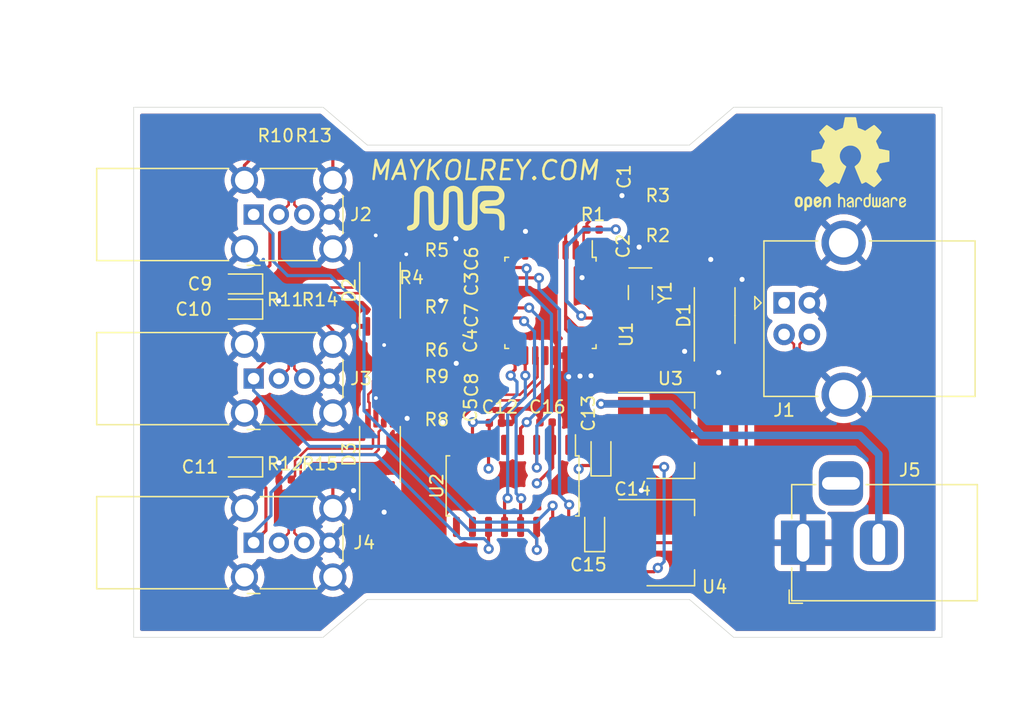
<source format=kicad_pcb>
(kicad_pcb (version 20211014) (generator pcbnew)
  (layers (0 "F.Cu" signal) (1 "In1.Cu" power "GND") (2 "In2.Cu" power "VCC") (31 "B.Cu" signal) (34 "B.Paste" user) (35 "F.Paste" user) (36 "B.SilkS" user "B.Silkscreen") (37 "F.SilkS" user "F.Silkscreen") (38 "B.Mask" user) (39 "F.Mask" user) (44 "Edge.Cuts" user))
  (net 0 "")
  (net 1 "GND")
  (net 2 "/D0-")
  (net 3 "/D0+")
  (net 4 "/D1+")
  (net 5 "/D2+")
  (net 6 "/D3+")
  (net 7 "/D1-")
  (net 8 "/D2-")
  (net 9 "/D3-")
  (net 10 "/VBUS1_5V")
  (net 11 "/VBUS2_5V")
  (net 12 "/VBUS3_5V")
  (net 13 "/DC0+")
  (net 14 "/DC0-")
  (net 15 "/DC1+")
  (net 16 "/DC1-")
  (net 17 "/DC2-")
  (net 18 "/DC2+")
  (net 19 "/DC3-")
  (net 20 "/DC3+")
  (net 21 "Net-(R1-Pad1)")
  (net 22 "Net-(U1-Pad30)")
  (net 23 "Net-(U1-Pad29)")
  (net 24 "+3V3")
  (net 25 "/~{OC3}")
  (net 26 "/~{EN3}")
  (net 27 "/~{OC2}")
  (net 28 "/~{EN2}")
  (net 29 "/~{OC1}")
  (net 30 "/~{EN1}")
  (net 31 "+5V")
  (net 32 "Net-(J5-Pad2)")
  (footprint "Capacitor_SMD:C_0402_1005Metric" (layer "F.Cu") (at 159.5 88.5 90)
    (fp_text reference "C1")
    (fp_text value "22pF")
  )
  (footprint "Capacitor_SMD:C_0402_1005Metric" (layer "F.Cu") (at 159.5 90.5 -90)
    (fp_text reference "C2")
    (fp_text value "22pF")
  )
  (footprint "Capacitor_SMD:C_0402_1005Metric" (layer "F.Cu") (at 145 95 -90)
    (fp_text reference "C3")
    (fp_text value "22pF")
  )
  (footprint "Capacitor_SMD:C_0402_1005Metric" (layer "F.Cu") (at 145 99.5 -90)
    (fp_text reference "C4")
    (fp_text value "22pF")
  )
  (footprint "Capacitor_SMD:C_0402_1005Metric" (layer "F.Cu") (at 145 105 -90)
    (fp_text reference "C5")
    (fp_text value "22pF")
  )
  (footprint "Capacitor_SMD:C_0402_1005Metric" (layer "F.Cu") (at 145 93 90)
    (fp_text reference "C6")
    (fp_text value "22pF")
  )
  (footprint "Capacitor_SMD:C_0402_1005Metric" (layer "F.Cu") (at 145 97.5 90)
    (fp_text reference "C7")
    (fp_text value "22pF")
  )
  (footprint "Capacitor_SMD:C_0402_1005Metric" (layer "F.Cu") (at 145 103 90)
    (fp_text reference "C8")
    (fp_text value "22pF")
  )
  (footprint "Capacitor_Tantalum_SMD:CP_EIA-2012-12_Kemet-R" (layer "F.Cu") (at 128 95 180)
    (fp_text reference "C9")
    (fp_text value "100uF")
  )
  (footprint "Capacitor_Tantalum_SMD:CP_EIA-2012-12_Kemet-R" (layer "F.Cu") (at 128 97 180)
    (fp_text reference "C10")
    (fp_text value "100uF")
  )
  (footprint "Capacitor_Tantalum_SMD:CP_EIA-2012-12_Kemet-R" (layer "F.Cu") (at 128 109.5 180)
    (fp_text reference "C11")
    (fp_text value "100uF")
  )
  (footprint "Package_SO:TSSOP-8_4.4x3mm_P0.65mm" (layer "F.Cu") (at 139 95.5 90)
    (fp_text reference "D2")
    (fp_text value "SN75240")
  )
  (footprint "Package_SO:TSSOP-8_4.4x3mm_P0.65mm" (layer "F.Cu") (at 139 108.5 90)
    (fp_text reference "D3")
    (fp_text value "SN75240")
  )
  (footprint "Connector_USB:USB_B_OST_USB-B1HSxx_Horizontal" (layer "F.Cu") (at 171 96.5)
    (fp_text reference "J1")
    (fp_text value "USB_B")
  )
  (footprint "Connector_USB:USB_A_Wuerth_614004134726_Horizontal" (layer "F.Cu") (at 129 102.5)
    (fp_text reference "J3")
    (fp_text value "USB_A")
  )
  (footprint "Connector_USB:USB_A_Wuerth_614004134726_Horizontal" (layer "F.Cu") (at 129 115.5)
    (fp_text reference "J4")
    (fp_text value "USB_A")
  )
  (footprint "Resistor_SMD:R_0402_1005Metric" (layer "F.Cu") (at 155.87 90.7 180)
    (fp_text reference "R1")
    (fp_text value "1.5K")
  )
  (footprint "Resistor_SMD:R_0402_1005Metric" (layer "F.Cu") (at 143.5 94.5)
    (fp_text reference "R4")
    (fp_text value "27")
  )
  (footprint "Resistor_SMD:R_0402_1005Metric" (layer "F.Cu") (at 143.5 93.5)
    (fp_text reference "R5")
    (fp_text value "27")
  )
  (footprint "Resistor_SMD:R_0402_1005Metric" (layer "F.Cu") (at 143.5 99)
    (fp_text reference "R6")
    (fp_text value "27")
  )
  (footprint "Resistor_SMD:R_0402_1005Metric" (layer "F.Cu") (at 143.5 98)
    (fp_text reference "R7")
    (fp_text value "27")
  )
  (footprint "Resistor_SMD:R_0402_1005Metric" (layer "F.Cu") (at 143.485 104.5)
    (fp_text reference "R8")
    (fp_text value "27")
  )
  (footprint "Resistor_SMD:R_0402_1005Metric" (layer "F.Cu") (at 143.5 103.5)
    (fp_text reference "R9")
    (fp_text value "27")
  )
  (footprint "Resistor_SMD:R_0402_1005Metric" (layer "F.Cu") (at 131 84.5)
    (fp_text reference "R10")
    (fp_text value "15K")
  )
  (footprint "Resistor_SMD:R_0402_1005Metric" (layer "F.Cu") (at 131.5 97.5)
    (fp_text reference "R11")
    (fp_text value "15K")
  )
  (footprint "Resistor_SMD:R_0402_1005Metric" (layer "F.Cu") (at 131.5 110.5)
    (fp_text reference "R12")
    (fp_text value "15K")
  )
  (footprint "Resistor_SMD:R_0402_1005Metric" (layer "F.Cu") (at 133 84.5 180)
    (fp_text reference "R13")
    (fp_text value "15K")
  )
  (footprint "Resistor_SMD:R_0402_1005Metric" (layer "F.Cu") (at 133.5 97.5 180)
    (fp_text reference "R14")
    (fp_text value "15K")
  )
  (footprint "Resistor_SMD:R_0402_1005Metric" (layer "F.Cu") (at 133.5 110.5 180)
    (fp_text reference "R15")
    (fp_text value "15K")
  )
  (footprint "Package_QFP:LQFP-32_7x7mm_P0.8mm" (layer "F.Cu") (at 152.5 96.5 -90)
    (fp_text reference "U1")
    (fp_text value "TUSB2036")
  )
  (footprint "Package_SO:SOIC-16_4.55x10.3mm_P1.27mm" (layer "F.Cu") (at 149.5 111 -90)
    (fp_text reference "U2")
    (fp_text value "TPS2044")
  )
  (footprint "Package_SO:TSSOP-8_4.4x3mm_P0.65mm" (layer "F.Cu") (at 165.5 97.5 90)
    (fp_text reference "D1")
    (fp_text value "SN75240")
  )
  (footprint "Capacitor_SMD:C_0402_1005Metric" (layer "F.Cu") (at 148.14 106.01)
    (fp_text reference "C12")
    (fp_text value "100nF")
  )
  (footprint "Capacitor_Tantalum_SMD:CP_EIA-2012-12_Kemet-R" (layer "F.Cu") (at 156.5 108.5 90)
    (fp_text reference "C13")
    (fp_text value "4.7uF")
  )
  (footprint "Capacitor_SMD:C_0402_1005Metric" (layer "F.Cu") (at 156.485 111.5 180)
    (fp_text reference "C14")
    (fp_text value "100nF")
  )
  (footprint "Capacitor_Tantalum_SMD:CP_EIA-2012-12_Kemet-R" (layer "F.Cu") (at 156 114.5 90)
    (fp_text reference "C15")
    (fp_text value "4.7uF")
  )
  (footprint "Package_TO_SOT_SMD:SOT-223-3_TabPin2" (layer "F.Cu") (at 162 107)
    (fp_text reference "U3")
    (fp_text value "LM7805_TO220")
  )
  (footprint "Package_TO_SOT_SMD:SOT-223-3_TabPin2" (layer "F.Cu") (at 162 115.5)
    (fp_text reference "U4")
    (fp_text value "LM1117-3.3")
  )
  (footprint "Capacitor_SMD:C_0402_1005Metric" (layer "F.Cu") (at 152.15 105.97 180)
    (fp_text reference "C16")
    (fp_text value "100nF")
  )
  (footprint "Crystal:Crystal_SMD_MicroCrystal_CC7V-T1A-2Pin_3.2x1.5mm" (layer "F.Cu") (at 159.62 95.68 -90)
    (fp_text reference "Y1")
    (fp_text value "6MHz")
  )
  (footprint "Connector_BarrelJack:BarrelJack_Horizontal" (layer "F.Cu") (at 172.5 115.5 180)
    (fp_text reference "J5")
    (fp_text value "POWER")
  )
  (footprint "Connector_USB:USB_A_Wuerth_614004134726_Horizontal" (layer "F.Cu") (at 129 89.5)
    (fp_text reference "J2")
    (fp_text value "USB_A")
  )
  (footprint "Resistor_SMD:R_0402_1005Metric" (layer "F.Cu") (at 161 90 180)
    (fp_text reference "R2")
    (fp_text value "27")
  )
  (footprint "Resistor_SMD:R_0402_1005Metric" (layer "F.Cu") (at 161 89 180)
    (fp_text reference "R3")
    (fp_text value "27")
  )
  (footprint "MSS_Devices:logo-mr_78x3.6mm" (layer "F.Cu") (at 145 89)
    (fp_text reference "G***" hide)
    (fp_text value "LOGO" hide)
  )
  (footprint "Symbol:OSHW-Logo2_9.8x8mm_SilkScreen" (layer "F.Cu") (at 176.25 85.5)
    (fp_text reference "REF**" hide)
    (fp_text value "OSHW-Logo2_9.8x8mm_SilkScreen" hide)
  )
  (gr_line (start 119.5 81) (end 134.5 81) (layer "Edge.Cuts") (width 0.05))
  (gr_line (start 134.5 123) (end 119.5 123) (layer "Edge.Cuts") (width 0.05))
  (gr_line (start 167 81) (end 183.5 81) (layer "Edge.Cuts") (width 0.05))
  (gr_line (start 119.5 123) (end 119.5 81) (layer "Edge.Cuts") (width 0.05))
  (gr_line (start 138 84) (end 163.5 84) (layer "Edge.Cuts") (width 0.05))
  (gr_line (start 138 120) (end 163.5 120) (layer "Edge.Cuts") (width 0.05))
  (gr_line (start 163.5 84) (end 167 81) (layer "Edge.Cuts") (width 0.05))
  (gr_line (start 138 120) (end 134.5 123) (layer "Edge.Cuts") (width 0.05))
  (gr_line (start 183.5 81) (end 183.5 123) (layer "Edge.Cuts") (width 0.05))
  (gr_line (start 163.5 120) (end 167 123) (layer "Edge.Cuts") (width 0.05))
  (gr_line (start 183.5 123) (end 167 123) (layer "Edge.Cuts") (width 0.05))
  (gr_line (start 138 84) (end 134.5 81) (layer "Edge.Cuts") (width 0.05))
  (gr_text "MAYKOLREY.COM" (at 147.25 86) (layer "F.SilkS") (effects (font (size 1.5 1.5) (thickness 0.2) italic)))
  (segment (start 144.545 97.015) (end 143.84 96.31) (width 0.25) (layer "F.Cu") (net 1))
  (segment (start 155.3 101.985) (end 155.31 101.995) (width 0.25) (layer "F.Cu") (net 1))
  (segment (start 165.175 93.075) (end 165.19 93.06) (width 0.25) (layer "F.Cu") (net 1))
  (segment (start 139.325 98.3625) (end 139.325 99.835) (width 0.25) (layer "F.Cu") (net 1))
  (segment (start 145 97.015) (end 144.545 97.015) (width 0.25) (layer "F.Cu") (net 1))
  (segment (start 148.625 106.01) (end 148.625 105.385) (width 0.25) (layer "F.Cu") (net 1))
  (segment (start 158.85 107) (end 165.15 107) (width 0.25) (layer "F.Cu") (net 1))
  (segment (start 148.11 104.87) (end 146.24 104.87) (width 0.25) (layer "F.Cu") (net 1))
  (segment (start 156.4125 113.2) (end 156 113.6125) (width 0.25) (layer "F.Cu") (net 1))
  (segment (start 154.5 101.985) (end 154.51 101.995) (width 0.25) (layer "F.Cu") (net 1))
  (segment (start 131.015 97.5) (end 131.015 96.365) (width 0.25) (layer "F.Cu") (net 1))
  (segment (start 151.665 105.97) (end 151.665 105.585) (width 0.25) (layer "F.Cu") (net 1))
  (segment (start 150.95 104.87) (end 148.11 104.87) (width 0.25) (layer "F.Cu") (net 1))
  (segment (start 163.1425 100.3625) (end 163.12 100.34) (width 0.25) (layer "F.Cu") (net 1))
  (segment (start 154.97 94.53) (end 155 94.5) (width 0.25) (layer "F.Cu") (net 1))
  (segment (start 158.2375 107.6125) (end 158.85 107) (width 0.25) (layer "F.Cu") (net 1))
  (segment (start 156.5 107.6125) (end 156.5 107) (width 0.25) (layer "F.Cu") (net 1))
  (segment (start 133.985 110.5) (end 134.7 110.5) (width 0.25) (layer "F.Cu") (net 1))
  (segment (start 138.675 104.045) (end 138.68 104.04) (width 0.25) (layer "F.Cu") (net 1))
  (segment (start 166.475 94.6375) (end 167.6675 94.6375) (width 0.25) (layer "F.Cu") (net 1))
  (segment (start 146.24 104.87) (end 145.625 105.485) (width 0.25) (layer "F.Cu") (net 1))
  (segment (start 139.975 105.6375) (end 141.1375 105.6375) (width 0.25) (layer "F.Cu") (net 1))
  (segment (start 154.37 104.87) (end 150.95 104.87) (width 0.25) (layer "F.Cu") (net 1))
  (segment (start 135.27 111.07) (end 135.27 112.78) (width 0.25) (layer "F.Cu") (net 1))
  (segment (start 153.7 100.71) (end 153.7 102.29) (width 0.25) (layer "F.Cu") (net 1))
  (segment (start 154.79 102.35) (end 154.84 102.3) (width 0.25) (layer "F.Cu") (net 1))
  (segment (start 139.325 113.075) (end 139.33 113.08) (width 0.25) (layer "F.Cu") (net 1))
  (segment (start 129.37 84.5) (end 128.27 85.6) (width 0.25) (layer "F.Cu") (net 1))
  (segment (start 154.84 102.3) (end 155.68 102.3) (width 0.25) (layer "F.Cu") (net 1))
  (segment (start 155.61 96.9) (end 154.97 96.26) (width 0.25) (layer "F.Cu") (net 1))
  (segment (start 131.015 110.5) (end 131.015 109.175) (width 0.25) (layer "F.Cu") (net 1))
  (segment (start 145 105.485) (end 144.455 105.485) (width 0.25) (layer "F.Cu") (net 1))
  (segment (start 154.5 100.675) (end 154.5 102.26) (width 0.25) (layer "F.Cu") (net 1))
  (segment (start 127.1125 111.6225) (end 128.27 112.78) (width 0.25) (layer "F.Cu") (net 1))
  (segment (start 128.27 92.22) (end 127.1125 93.3775) (width 0.25) (layer "F.Cu") (net 1))
  (segment (start 159.5 90.985) (end 159.5 92.06) (width 0.25) (layer "F.Cu") (net 1))
  (segment (start 135.27 98.68) (end 135.27 99.78) (width 0.25) (layer "F.Cu") (net 1))
  (segment (start 136.9125 98.3625) (end 136.91 98.36) (width 0.25) (layer "F.Cu") (net 1))
  (segment (start 138.675 105.6375) (end 138.675 104.045) (width 0.25) (layer "F.Cu") (net 1))
  (segment (start 145 91.42) (end 145.01 91.41) (width 0.25) (layer "F.Cu") (net 1))
  (segment (start 152.9 102.3) (end 153.89 102.3) (width 0.25) (layer "F.Cu") (net 1))
  (segment (start 152.9 100.675) (end 152.9 102.3) (width 0.25) (layer "F.Cu") (net 1))
  (segment (start 153.89 102.3) (end 153.94 102.35) (width 0.25) (layer "F.Cu") (net 1))
  (segment (start 153.94 102.35) (end 154.79 102.35) (width 0.25) (layer "F.Cu") (net 1))
  (segment (start 156.675 94.5) (end 155 94.5) (width 0.25) (layer "F.Cu") (net 1))
  (segment (start 136.9175 111.3625) (end 136.91 111.37) (width 0.25) (layer "F.Cu") (net 1))
  (segment (start 139.325 111.3625) (end 139.325 113.075) (width 0.25) (layer "F.Cu") (net 1))
  (segment (start 145.625 105.485) (end 145 105.485) (width 0.25) (layer "F.Cu") (net 1))
  (segment (start 158.85 112.2) (end 159.69 111.36) (width 0.25) (layer "F.Cu") (net 1))
  (segment (start 145 92.515) (end 145 91.42) (width 0.25) (layer "F.Cu") (net 1))
  (segment (start 155.68 102.3) (end 155.71 102.27) (width 0.25) (layer "F.Cu") (net 1))
  (segment (start 165.825 100.3625) (end 165.825 102.015) (width 0.25) (layer "F.Cu") (net 1))
  (segment (start 159.5 92.06) (end 159.52 92.08) (width 0.25) (layer "F.Cu") (net 1))
  (segment (start 133.985 97.5) (end 134.09 97.5) (width 0.25) (layer "F.Cu") (net 1))
  (segment (start 131.015 96.365) (end 130.99 96.34) (width 0.25) (layer "F.Cu") (net 1))
  (segment (start 138.025 111.3625) (end 138.025 111.475) (width 0.25) (layer "F.Cu") (net 1))
  (segment (start 130.515 84.5) (end 129.37 84.5) (width 0.25) (layer "F.Cu") (net 1))
  (segment (start 127.1125 95) (end 127.1125 97) (width 0.25) (layer "F.Cu") (net 1))
  (segment (start 145 95.485) (end 144.665 95.485) (width 0.25) (layer "F.Cu") (net 1))
  (segment (start 151.665 105.585) (end 150.95 104.87) (width 0.25) (layer "F.Cu") (net 1))
  (segment (start 134.72 84.5) (end 135.27 85.05) (width 0.25) (layer "F.Cu") (net 1))
  (segment (start 167.6675 94.6375) (end 167.67 94.64) (width 0.25) (layer "F.Cu") (net 1))
  (segment (start 165.175 94.6375) (end 165.175 93.075) (width 0.25) (layer "F.Cu") (net 1))
  (segment (start 138.025 111.3625) (end 136.9175 111.3625) (width 0.25) (layer "F.Cu") (net 1))
  (segment (start 144.455 105.485) (end 143.97 105.97) (width 0.25) (layer "F.Cu") (net 1))
  (segment (start 127.1125 93.3775) (end 127.1125 95) (width 0.25) (layer "F.Cu") (net 1))
  (segment (start 139.325 99.835) (end 139.33 99.84) (width 0.25) (layer "F.Cu") (net 1))
  (segment (start 153.7 100.675) (end 153.7 100.71) (width 0.25) (layer "F.Cu") (net 1))
  (segment (start 138.675 91.163544) (end 138.665 91.153544) (width 0.25) (layer "F.Cu") (net 1))
  (segment (start 145 101.25) (end 145.04 101.29) (width 0.25) (layer "F.Cu") (net 1))
  (segment (start 165.825 102.015) (end 165.82 102.02) (width 0.25) (layer "F.Cu") (net 1))
  (segment (start 156.675 96.9) (end 155.61 96.9) (width 0.25) (layer "F.Cu") (net 1))
  (segment (start 131.015 109.175) (end 131.01 109.17) (width 0.25) (layer "F.Cu") (net 1))
  (segment (start 156 111.5) (end 156 113.6125) (width 0.25) (layer "F.Cu") (net 1))
  (segment (start 158.85 113.2) (end 158.85 112.2) (width 0.25) (layer "F.Cu") (net 1))
  (segment (start 128.27 85.6) (end 128.27 86.78) (width 0.25) (layer "F.Cu") (net 1))
  (segment (start 139.975 92.6375) (end 141.0675 92.6375) (width 0.25) (layer "F.Cu") (net 1))
  (segment (start 145 101.33) (end 145.04 101.29) (width 0.25) (layer "F.Cu") (net 1))
  (segment (start 154.97 96.26) (end 154.97 94.53) (width 0.25) (layer "F.Cu") (net 1))
  (segment (start 148.625 105.385) (end 148.11 104.87) (width 0.25) (layer "F.Cu") (net 1))
  (segment (start 138.025 98.3625) (end 136.9125 98.3625) (width 0.25) (layer "F.Cu") (net 1))
  (segment (start 156.5 107.6125) (end 158.2375 107.6125) (width 0.25) (layer "F.Cu") (net 1))
  (segment (start 138.675 92.6375) (end 138.675 91.163544) (width 0.25) (layer "F.Cu") (net 1))
  (segment (start 156.5 107) (end 154.37 104.87) (width 0.25) (layer "F.Cu") (net 1))
  (segment (start 134.7 110.5) (end 135.27 111.07) (width 0.25) (layer "F.Cu") (net 1))
  (segment (start 158.175 88.015) (end 158.16 88) (width 0.25) (layer "F.Cu") (net 1))
  (segment (start 141.1375 105.6375) (end 141.15 105.65) (width 0.25) (layer "F.Cu") (net 1))
  (segment (start 141.0675 92.6375) (end 141.08 92.65) (width 0.25) (layer "F.Cu") (net 1))
  (segment (start 150.5 92.325) (end 150.5 90.855) (width 0.25) (layer "F.Cu") (net 1))
  (segment (start 145 99.985) (end 145 101.25) (width 0.25) (layer "F.Cu") (net 1))
  (segment (start 158.85 113.2) (end 156.4125 113.2) (width 0.25) (layer "F.Cu") (net 1))
  (segment (start 150.5 90.855) (end 150.52 90.835) (width 0.25) (layer "F.Cu") (net 1))
  (segment (start 145 102.515) (end 145 101.33) (width 0.25) (layer "F.Cu") (net 1))
  (segment (start 155.3 100.675) (end 155.3 102.25) (width 0.25) (layer "F.Cu") (net 1))
  (segment (start 133.485 84.5) (end 134.72 84.5) (width 0.25) (layer "F.Cu") (net 1))
  (segment (start 159.5 88.015) (end 158.175 88.015) (width 0.25) (layer "F.Cu") (net 1))
  (segment (start 135.27 85.05) (end 135.27 86.78) (width 0.25) (layer "F.Cu") (net 1))
  (segment (start 152.9 101.985) (end 152.91 101.995) (width 0.25) (layer "F.Cu") (net 1))
  (segment (start 164.525 100.3625) (end 163.1425 100.3625) (width 0.25) (layer "F.Cu") (net 1))
  (segment (start 127.1125 109.5) (end 127.1125 111.6225) (width 0.25) (layer "F.Cu") (net 1))
  (segment (start 134.09 97.5) (end 135.27 98.68) (width 0.25) (layer "F.Cu") (net 1))
  (segment (start 144.665 95.485) (end 143.84 96.31) (width 0.25) (layer "F.Cu") (net 1))
  (via (at 136.91 111.37) (size 0.8) (drill 0.4) (layers "F.Cu" "B.Cu") (net 1))
  (via (at 145.01 91.41) (size 0.8) (drill 0.4) (layers "F.Cu" "B.Cu") (net 1))
  (via (at 150.52 90.835) (size 0.8) (drill 0.4) (layers "F.Cu" "B.Cu") (net 1))
  (via (at 139.33 113.08) (size 0.8) (drill 0.4) (layers "F.Cu" "B.Cu") (net 1))
  (via (at 167.67 94.64) (size 0.8) (drill 0.4) (layers "F.Cu" "B.Cu") (net 1))
  (via (at 159.52 92.08) (size 0.8) (drill 0.4) (layers "F.Cu" "B.Cu") (net 1))
  (via (at 165.82 102.02) (size 0.8) (drill 0.4) (layers "F.Cu" "B.Cu") (net 1))
  (via (at 138.665 91.153544) (size 0.6) (drill 0.3) (layers "F.Cu" "B.Cu") (net 1))
  (via (at 165.19 93.06) (size 0.8) (drill 0.4) (layers "F.Cu" "B.Cu") (net 1))
  (via (at 139.33 99.84) (size 0.6) (drill 0.3) (layers "F.Cu" "B.Cu") (net 1))
  (via (at 158.16 88) (size 0.8) (drill 0.4) (layers "F.Cu" "B.Cu") (net 1))
  (via (at 155 94.5) (size 0.8) (drill 0.4) (layers "F.Cu" "B.Cu") (net 1))
  (via (at 138.68 104.04) (size 0.6) (drill 0.3) (layers "F.Cu" "B.Cu") (net 1))
  (via (at 131.01 109.17) (size 0.8) (drill 0.4) (layers "F.Cu" "B.Cu") (net 1))
  (via (at 145.04 101.29) (size 0.8) (drill 0.4) (layers "F.Cu" "B.Cu") (net 1))
  (via (at 136.91 98.36) (size 0.8) (drill 0.4) (layers "F.Cu" "B.Cu") (net 1))
  (via (at 153.94 102.35) (size 0.8) (drill 0.4) (layers "F.Cu" "B.Cu") (net 1))
  (via (at 143.84 96.31) (size 0.8) (drill 0.4) (layers "F.Cu" "B.Cu") (net 1))
  (via (at 163.12 100.34) (size 0.8) (drill 0.4) (layers "F.Cu" "B.Cu") (net 1))
  (via (at 155.71 102.27) (size 0.8) (drill 0.4) (layers "F.Cu" "B.Cu") (net 1))
  (via (at 141.08 92.65) (size 0.6) (drill 0.3) (layers "F.Cu" "B.Cu") (net 1))
  (via (at 159.69 111.36) (size 0.8) (drill 0.4) (layers "F.Cu" "B.Cu") (net 1))
  (via (at 154.84 102.3) (size 0.8) (drill 0.4) (layers "F.Cu" "B.Cu") (net 1))
  (via (at 141.15 105.65) (size 0.8) (drill 0.4) (layers "F.Cu" "B.Cu") (net 1))
  (via (at 143.97 105.97) (size 0.8) (drill 0.4) (layers "F.Cu" "B.Cu") (net 1))
  (via (at 130.99 96.34) (size 0.8) (drill 0.4) (layers "F.Cu" "B.Cu") (net 1))
  (segment (start 154.5 90.23) (end 155.745 88.985) (width 0.25) (layer "F.Cu") (net 2))
  (segment (start 154.5 92.325) (end 154.5 90.23) (width 0.25) (layer "F.Cu") (net 2))
  (segment (start 159.79 89.275) (end 160.24 89.275) (width 0.2) (layer "F.Cu") (net 2))
  (segment (start 155.745 88.985) (end 159.5 88.985) (width 0.25) (layer "F.Cu") (net 2))
  (segment (start 160.24 89.275) (end 160.515 89) (width 0.2) (layer "F.Cu") (net 2))
  (segment (start 159.5 88.985) (end 159.21 89.275) (width 0.2) (layer "F.Cu") (net 2))
  (segment (start 159.5 88.985) (end 159.79 89.275) (width 0.2) (layer "F.Cu") (net 2))
  (segment (start 158.825 89.66) (end 155.95 89.66) (width 0.25) (layer "F.Cu") (net 3))
  (segment (start 155.125 92.15) (end 155.125 90.5032) (width 0.2) (layer "F.Cu") (net 3))
  (segment (start 159.5 90.015) (end 159.79 89.725) (width 0.2) (layer "F.Cu") (net 3))
  (segment (start 159.5 90.015) (end 159.18 90.015) (width 0.25) (layer "F.Cu") (net 3))
  (segment (start 155.95 89.66) (end 155.385 90.225) (width 0.25) (layer "F.Cu") (net 3))
  (segment (start 155.385 90.225) (end 155.385 90.7) (width 0.25) (layer "F.Cu") (net 3))
  (segment (start 159.18 90.015) (end 158.825 89.66) (width 0.25) (layer "F.Cu") (net 3))
  (segment (start 155.3 92.325) (end 155.125 92.15) (width 0.2) (layer "F.Cu") (net 3))
  (segment (start 159.79 89.725) (end 160.24 89.725) (width 0.2) (layer "F.Cu") (net 3))
  (segment (start 160.24 89.725) (end 160.515 90) (width 0.2) (layer "F.Cu") (net 3))
  (segment (start 159.5 90.015) (end 159.21 89.725) (width 0.2) (layer "F.Cu") (net 3))
  (segment (start 144.26 94.225) (end 144.71 94.225) (width 0.2) (layer "F.Cu") (net 4))
  (segment (start 145.5768 94.225) (end 147.2768 95.925) (width 0.2) (layer "F.Cu") (net 4))
  (segment (start 145.29 94.225) (end 145.5768 94.225) (width 0.2) (layer "F.Cu") (net 4))
  (segment (start 147.2768 95.925) (end 148.15 95.925) (width 0.2) (layer "F.Cu") (net 4))
  (segment (start 145 94.515) (end 145.29 94.225) (width 0.2) (layer "F.Cu") (net 4))
  (segment (start 148.15 95.925) (end 148.325 96.1) (width 0.2) (layer "F.Cu") (net 4))
  (segment (start 144.71 94.225) (end 145 94.515) (width 0.2) (layer "F.Cu") (net 4))
  (segment (start 143.985 94.5) (end 144.26 94.225) (width 0.2) (layer "F.Cu") (net 4))
  (segment (start 146.3868 98.725) (end 145.29 98.725) (width 0.2) (layer "F.Cu") (net 5))
  (segment (start 145.29 98.725) (end 145 99.015) (width 0.2) (layer "F.Cu") (net 5))
  (segment (start 146.7868 99.125) (end 146.3868 98.725) (width 0.2) (layer "F.Cu") (net 5))
  (segment (start 144.26 98.725) (end 144.71 98.725) (width 0.2) (layer "F.Cu") (net 5))
  (segment (start 148.15 99.125) (end 146.7868 99.125) (width 0.2) (layer "F.Cu") (net 5))
  (segment (start 144.71 98.725) (end 145 99.015) (width 0.2) (layer "F.Cu") (net 5))
  (segment (start 143.985 99) (end 144.26 98.725) (width 0.2) (layer "F.Cu") (net 5))
  (segment (start 148.325 99.3) (end 148.15 99.125) (width 0.2) (layer "F.Cu") (net 5))
  (segment (start 145 104.515) (end 145.29 104.225) (width 0.2) (layer "F.Cu") (net 6))
  (segment (start 150.2632 104.225) (end 151.925 102.5632) (width 0.2) (layer "F.Cu") (net 6))
  (segment (start 145.29 104.225) (end 150.2632 104.225) (width 0.2) (layer "F.Cu") (net 6))
  (segment (start 151.925 100.85) (end 152.1 100.675) (width 0.2) (layer "F.Cu") (net 6))
  (segment (start 151.925 102.5632) (end 151.925 100.85) (width 0.2) (layer "F.Cu") (net 6))
  (segment (start 143.97 104.5) (end 144.985 104.5) (width 0.25) (layer "F.Cu") (net 6))
  (segment (start 144.985 104.5) (end 145 104.515) (width 0.25) (layer "F.Cu") (net 6))
  (segment (start 144.71 93.775) (end 145 93.485) (width 0.2) (layer "F.Cu") (net 7))
  (segment (start 148.15 95.475) (end 148.325 95.3) (width 0.2) (layer "F.Cu") (net 7))
  (segment (start 145.7632 93.775) (end 147.4632 95.475) (width 0.2) (layer "F.Cu") (net 7))
  (segment (start 143.985 93.5) (end 144.26 93.775) (width 0.2) (layer "F.Cu") (net 7))
  (segment (start 147.4632 95.475) (end 148.15 95.475) (width 0.2) (layer "F.Cu") (net 7))
  (segment (start 144.26 93.775) (end 144.71 93.775) (width 0.2) (layer "F.Cu") (net 7))
  (segment (start 145.29 93.775) (end 145.7632 93.775) (width 0.2) (layer "F.Cu") (net 7))
  (segment (start 145 93.485) (end 145.29 93.775) (width 0.2) (layer "F.Cu") (net 7))
  (segment (start 144.26 98.275) (end 144.71 98.275) (width 0.2) (layer "F.Cu") (net 8))
  (segment (start 143.985 98) (end 144.26 98.275) (width 0.2) (layer "F.Cu") (net 8))
  (segment (start 148.15 98.675) (end 146.9732 98.675) (width 0.2) (layer "F.Cu") (net 8))
  (segment (start 148.325 98.5) (end 148.15 98.675) (width 0.2) (layer "F.Cu") (net 8))
  (segment (start 144.71 98.275) (end 145 97.985) (width 0.2) (layer "F.Cu") (net 8))
  (segment (start 146.9732 98.675) (end 146.5732 98.275) (width 0.2) (layer "F.Cu") (net 8))
  (segment (start 145.29 98.275) (end 145 97.985) (width 0.2) (layer "F.Cu") (net 8))
  (segment (start 146.5732 98.275) (end 145.29 98.275) (width 0.2) (layer "F.Cu") (net 8))
  (segment (start 145.29 103.775) (end 150.0768 103.775) (width 0.2) (layer "F.Cu") (net 9))
  (segment (start 143.985 103.5) (end 144.985 103.5) (width 0.25) (layer "F.Cu") (net 9))
  (segment (start 145 103.485) (end 145.29 103.775) (width 0.2) (layer "F.Cu") (net 9))
  (segment (start 150.0768 103.775) (end 151.475 102.3768) (width 0.2) (layer "F.Cu") (net 9))
  (segment (start 151.475 100.85) (end 151.3 100.675) (width 0.2) (layer "F.Cu") (net 9))
  (segment (start 151.475 102.3768) (end 151.475 100.85) (width 0.2) (layer "F.Cu") (net 9))
  (segment (start 144.985 103.5) (end 145 103.485) (width 0.25) (layer "F.Cu") (net 9))
  (segment (start 128.8875 94.9225) (end 130.29 93.52) (width 0.25) (layer "F.Cu") (net 10))
  (segment (start 130.29 90.79) (end 129 89.5) (width 0.25) (layer "F.Cu") (net 10))
  (segment (start 152.675 112.575) (end 152.67 112.57) (width 0.25) (layer "F.Cu") (net 10))
  (segment (start 128.8875 95) (end 128.8875 94.9225) (width 0.25) (layer "F.Cu") (net 10))
  (segment (start 130.29 93.52) (end 130.29 90.79) (width 0.25) (layer "F.Cu") (net 10))
  (segment (start 152.675 114.25) (end 152.675 112.575) (width 0.25) (layer "F.Cu") (net 10))
  (via (at 152.67 112.57) (size 0.8) (drill 0.4) (layers "F.Cu" "B.Cu") (net 10))
  (segment (start 152.67 112.57) (end 151.37 113.87) (width 0.25) (layer "B.Cu") (net 10))
  (segment (start 137.74 105.05) (end 137.74 97.01) (width 0.25) (layer "B.Cu") (net 10))
  (segment (start 131.69 94.34) (end 130.53 93.18) (width 0.25) (layer "B.Cu") (net 10))
  (segment (start 135.07 94.34) (end 131.69 94.34) (width 0.25) (layer "B.Cu") (net 10))
  (segment (start 151.37 113.87) (end 146.56 113.87) (width 0.25) (layer "B.Cu") (net 10))
  (segment (start 130.53 93.18) (end 130.53 91.03) (width 0.25) (layer "B.Cu") (net 10))
  (segment (start 130.53 91.03) (end 129 89.5) (width 0.25) (layer "B.Cu") (net 10))
  (segment (start 137.74 97.01) (end 135.07 94.34) (width 0.25) (layer "B.Cu") (net 10))
  (segment (start 146.56 113.87) (end 137.74 105.05) (width 0.25) (layer "B.Cu") (net 10))
  (segment (start 151.405 114.25) (end 151.405 116.055) (width 0.25) (layer "F.Cu") (net 11))
  (segment (start 129 102.5) (end 129 102.06) (width 0.25) (layer "F.Cu") (net 11))
  (segment (start 130.14 100.92) (end 130.14 98.2525) (width 0.25) (layer "F.Cu") (net 11))
  (segment (start 151.405 116.055) (end 151.42 116.07) (width 0.25) (layer "F.Cu") (net 11))
  (segment (start 130.14 98.2525) (end 128.8875 97) (width 0.25) (layer "F.Cu") (net 11))
  (segment (start 129 102.06) (end 130.14 100.92) (width 0.25) (layer "F.Cu") (net 11))
  (via (at 151.42 116.07) (size 0.8) (drill 0.4) (layers "F.Cu" "B.Cu") (net 11))
  (segment (start 151.42 116.07) (end 151.42 115.2) (width 0.25) (layer "B.Cu") (net 11))
  (segment (start 129 103.45) (end 129 102.5) (width 0.25) (layer "B.Cu") (net 11))
  (segment (start 139.42 107.87) (end 133.42 107.87) (width 0.25) (layer "B.Cu") (net 11))
  (segment (start 151.42 115.2) (end 150.73 114.51) (width 0.25) (layer "B.Cu") (net 11))
  (segment (start 150.73 114.51) (end 146.06 114.51) (width 0.25) (layer "B.Cu") (net 11))
  (segment (start 133.42 107.87) (end 129 103.45) (width 0.25) (layer "B.Cu") (net 11))
  (segment (start 146.06 114.51) (end 139.42 107.87) (width 0.25) (layer "B.Cu") (net 11))
  (segment (start 129.97 111.18) (end 129.97 114.53) (width 0.25) (layer "F.Cu") (net 12))
  (segment (start 147.595 114.25) (end 147.595 115.975) (width 0.25) (layer "F.Cu") (net 12))
  (segment (start 128.8875 110.0975) (end 129.97 111.18) (width 0.25) (layer "F.Cu") (net 12))
  (segment (start 147.595 115.975) (end 147.61 115.99) (width 0.25) (layer "F.Cu") (net 12))
  (segment (start 128.8875 109.5) (end 128.8875 110.0975) (width 0.25) (layer "F.Cu") (net 12))
  (segment (start 129.97 114.53) (end 129 115.5) (width 0.25) (layer "F.Cu") (net 12))
  (via (at 147.61 115.99) (size 0.8) (drill 0.4) (layers "F.Cu" "B.Cu") (net 12))
  (segment (start 147.61 115.55) (end 147.24 115.18) (width 0.25) (layer "B.Cu") (net 12))
  (segment (start 138.73 108.53) (end 133.36 108.53) (width 0.25) (layer "B.Cu") (net 12))
  (segment (start 145.38 115.18) (end 138.73 108.53) (width 0.25) (layer "B.Cu") (net 12))
  (segment (start 147.61 115.99) (end 147.61 115.55) (width 0.25) (layer "B.Cu") (net 12))
  (segment (start 130.37 111.52) (end 130.37 113.34) (width 0.25) (layer "B.Cu") (net 12))
  (segment (start 133.36 108.53) (end 130.37 111.52) (width 0.25) (layer "B.Cu") (net 12))
  (segment (start 130.37 113.34) (end 129 114.71) (width 0.25) (layer "B.Cu") (net 12))
  (segment (start 129 114.71) (end 129 115.5) (width 0.25) (layer "B.Cu") (net 12))
  (segment (start 147.24 115.18) (end 145.38 115.18) (width 0.25) (layer "B.Cu") (net 12))
  (segment (start 164.67499 94.48751) (end 164.67499 93.580992) (width 0.2) (layer "F.Cu") (net 13))
  (segment (start 164.95 97.2882) (end 166.1268 98.465) (width 0.2) (layer "F.Cu") (net 13))
  (segment (start 164.67499 94.78749) (end 164.67499 95.440692) (width 0.2) (layer "F.Cu") (net 13))
  (segment (start 167.6868 98.465) (end 168.315 99.0932) (width 0.2) (layer "F.Cu") (net 13))
  (segment (start 164.489999 92.723999) (end 164.853999 92.359999) (width 0.2) (layer "F.Cu") (net 13))
  (segment (start 172.225 99.775) (end 173 99) (width 0.2) (layer "F.Cu") (net 13))
  (segment (start 164.95 92.359999) (end 164.95 90.9082) (width 0.2) (layer "F.Cu") (net 13))
  (segment (start 164.525 94.6375) (end 164.67499 94.78749) (width 0.2) (layer "F.Cu") (net 13))
  (segment (start 172.225 101.3132) (end 172.225 99.775) (width 0.2) (layer "F.Cu") (net 13))
  (segment (start 164.95 95.715702) (end 164.95 97.2882) (width 0.2) (layer "F.Cu") (net 13))
  (segment (start 164.525 94.6375) (end 164.67499 94.48751) (width 0.2) (layer "F.Cu") (net 13))
  (segment (start 164.67499 95.440692) (end 164.95 95.715702) (width 0.2) (layer "F.Cu") (net 13))
  (segment (start 164.95 90.9082) (end 163.7668 89.725) (width 0.2) (layer "F.Cu") (net 13))
  (segment (start 161.76 89.725) (end 161.485 90) (width 0.2) (layer "F.Cu") (net 13))
  (segment (start 169.7768 101.835) (end 171.7032 101.835) (width 0.2) (layer "F.Cu") (net 13))
  (segment (start 163.7668 89.725) (end 161.76 89.725) (width 0.2) (layer "F.Cu") (net 13))
  (segment (start 166.1268 98.465) (end 167.6868 98.465) (width 0.2) (layer "F.Cu") (net 13))
  (segment (start 168.315 99.0932) (end 168.315 100.3732) (width 0.2) (layer "F.Cu") (net 13))
  (segment (start 171.7032 101.835) (end 172.225 101.3132) (width 0.2) (layer "F.Cu") (net 13))
  (segment (start 168.315 100.3732) (end 169.7768 101.835) (width 0.2) (layer "F.Cu") (net 13))
  (segment (start 164.67499 93.580992) (end 164.489999 93.396001) (width 0.2) (layer "F.Cu") (net 13))
  (segment (start 164.489999 93.396001) (end 164.489999 92.723999) (width 0.2) (layer "F.Cu") (net 13))
  (segment (start 164.853999 92.359999) (end 164.95 92.359999) (width 0.2) (layer "F.Cu") (net 13))
  (segment (start 165.890001 93.396001) (end 165.890001 92.723999) (width 0.2) (layer "F.Cu") (net 14))
  (segment (start 171.775 101.1268) (end 171.775 99.775) (width 0.2) (layer "F.Cu") (net 14))
  (segment (start 165.825 94.6375) (end 165.67501 94.48751) (width 0.2) (layer "F.Cu") (net 14))
  (segment (start 165.890001 92.723999) (end 165.526001 92.359999) (width 0.2) (layer "F.Cu") (net 14))
  (segment (start 165.67501 94.48751) (end 165.67501 93.610992) (width 0.2) (layer "F.Cu") (net 14))
  (segment (start 166.3132 98.015) (end 167.8732 98.015) (width 0.2) (layer "F.Cu") (net 14))
  (segment (start 163.9532 89.275) (end 161.76 89.275) (width 0.2) (layer "F.Cu") (net 14))
  (segment (start 165.67501 93.610992) (end 165.890001 93.396001) (width 0.2) (layer "F.Cu") (net 14))
  (segment (start 165.67501 95.440692) (end 165.4 95.715702) (width 0.2) (layer "F.Cu") (net 14))
  (segment (start 165.4 90.7218) (end 163.9532 89.275) (width 0.2) (layer "F.Cu") (net 14))
  (segment (start 171.5168 101.385) (end 171.775 101.1268) (width 0.2) (layer "F.Cu") (net 14))
  (segment (start 165.4 97.1018) (end 166.3132 98.015) (width 0.2) (layer "F.Cu") (net 14))
  (segment (start 167.8732 98.015) (end 168.765 98.9068) (width 0.2) (layer "F.Cu") (net 14))
  (segment (start 171.775 99.775) (end 171 99) (width 0.2) (layer "F.Cu") (net 14))
  (segment (start 165.4 95.715702) (end 165.4 97.1018) (width 0.2) (layer "F.Cu") (net 14))
  (segment (start 168.765 98.9068) (end 168.765 100.1868) (width 0.2) (layer "F.Cu") (net 14))
  (segment (start 165.825 94.6375) (end 165.67501 94.78749) (width 0.2) (layer "F.Cu") (net 14))
  (segment (start 165.4 92.359999) (end 165.4 90.7218) (width 0.2) (layer "F.Cu") (net 14))
  (segment (start 168.765 100.1868) (end 169.9632 101.385) (width 0.2) (layer "F.Cu") (net 14))
  (segment (start 165.67501 94.78749) (end 165.67501 95.440692) (width 0.2) (layer "F.Cu") (net 14))
  (segment (start 165.526001 92.359999) (end 165.4 92.359999) (width 0.2) (layer "F.Cu") (net 14))
  (segment (start 169.9632 101.385) (end 171.5168 101.385) (width 0.2) (layer "F.Cu") (net 14))
  (segment (start 161.76 89.275) (end 161.485 89) (width 0.2) (layer "F.Cu") (net 14))
  (segment (start 141.7732 94.225) (end 142.74 94.225) (width 0.2) (layer "F.Cu") (net 15))
  (segment (start 133 89.5) (end 132.225 88.725) (width 0.2) (layer "F.Cu") (net 15))
  (segment (start 138.025 90.945) (end 138.025 92.6375) (width 0.2) (layer "F.Cu") (net 15))
  (segment (start 138.45 94.44) (end 138.985 94.975) (width 0.2) (layer "F.Cu") (net 15))
  (segment (start 132.515 83.3132) (end 132.7732 83.055) (width 0.2) (layer "F.Cu") (net 15))
  (segment (start 138.45 93.715702) (end 138.45 94.44) (width 0.2) (layer "F.Cu") (net 15))
  (segment (start 138.45 86.8882) (end 138.45 90.52) (width 0.2) (layer "F.Cu") (net 15))
  (segment (start 138.45 90.52) (end 138.025 90.945) (width 0.2) (layer "F.Cu") (net 15))
  (segment (start 141.0232 94.975) (end 141.7732 94.225) (width 0.2) (layer "F.Cu") (net 15))
  (segment (start 134.6168 83.055) (end 138.45 86.8882) (width 0.2) (layer "F.Cu") (net 15))
  (segment (start 132.515 84.5) (end 132.515 83.3132) (width 0.2) (layer "F.Cu") (net 15))
  (segment (start 142.74 94.225) (end 143.015 94.5) (width 0.2) (layer "F.Cu") (net 15))
  (segment (start 132.7732 83.055) (end 134.6168 83.055) (width 0.2) (layer "F.Cu") (net 15))
  (segment (start 132.225 88.725) (end 132.225 84.79) (width 0.2) (layer "F.Cu") (net 15))
  (segment (start 138.025 92.6375) (end 138.025 93.290702) (width 0.2) (layer "F.Cu") (net 15))
  (segment (start 132.225 84.79) (end 132.515 84.5) (width 0.2) (layer "F.Cu") (net 15))
  (segment (start 138.025 93.290702) (end 138.45 93.715702) (width 0.2) (layer "F.Cu") (net 15))
  (segment (start 138.985 94.975) (end 141.0232 94.975) (width 0.2) (layer "F.Cu") (net 15))
  (segment (start 138.9 86.7018) (end 138.9 90.54) (width 0.2) (layer "F.Cu") (net 16))
  (segment (start 138.9 90.54) (end 139.270001 90.910001) (width 0.2) (layer "F.Cu") (net 16))
  (segment (start 131.775 84.79) (end 131.485 84.5) (width 0.2) (layer "F.Cu") (net 16))
  (segment (start 131.775 83.4168) (end 132.5868 82.605) (width 0.2) (layer "F.Cu") (net 16))
  (segment (start 139.125 94.525) (end 140.8368 94.525) (width 0.2) (layer "F.Cu") (net 16))
  (segment (start 131.775 84.21) (end 131.775 83.4168) (width 0.2) (layer "F.Cu") (net 16))
  (segment (start 131 89.5) (end 131.775 88.725) (width 0.2) (layer "F.Cu") (net 16))
  (segment (start 141.5868 93.775) (end 142.74 93.775) (width 0.2) (layer "F.Cu") (net 16))
  (segment (start 138.88 93.88) (end 138.88 94.28) (width 0.2) (layer "F.Cu") (net 16))
  (segment (start 139.325 93.435) (end 138.88 93.88) (width 0.2) (layer "F.Cu") (net 16))
  (segment (start 134.8032 82.605) (end 138.9 86.7018) (width 0.2) (layer "F.Cu") (net 16))
  (segment (start 132.5868 82.605) (end 134.8032 82.605) (width 0.2) (layer "F.Cu") (net 16))
  (segment (start 140.8368 94.525) (end 141.5868 93.775) (width 0.2) (layer "F.Cu") (net 16))
  (segment (start 139.270001 92.582501) (end 139.325 92.6375) (width 0.2) (layer "F.Cu") (net 16))
  (segment (start 139.270001 90.910001) (end 139.270001 92.582501) (width 0.2) (layer "F.Cu") (net 16))
  (segment (start 139.325 92.6375) (end 139.325 93.435) (width 0.2) (layer "F.Cu") (net 16))
  (segment (start 142.74 93.775) (end 143.015 93.5) (width 0.2) (layer "F.Cu") (net 16))
  (segment (start 131.775 88.725) (end 131.775 84.79) (width 0.2) (layer "F.Cu") (net 16))
  (segment (start 138.88 94.28) (end 139.125 94.525) (width 0.2) (layer "F.Cu") (net 16))
  (segment (start 131.485 84.5) (end 131.775 84.21) (width 0.2) (layer "F.Cu") (net 16))
  (segment (start 140.6768 101.265) (end 141.325 100.6168) (width 0.2) (layer "F.Cu") (net 17))
  (segment (start 132.275 96.4168) (end 133.4068 95.285) (width 0.2) (layer "F.Cu") (net 17))
  (segment (start 140.030001 100.176001) (end 139.634202 100.5718) (width 0.2) (layer "F.Cu") (net 17))
  (segment (start 139.82501 97.559308) (end 139.82501 98.21251) (width 0.2) (layer "F.Cu") (net 17))
  (segment (start 131.985 97.5) (end 132.275 97.21) (width 0.2) (layer "F.Cu") (net 17))
  (segment (start 139.82501 98.21251) (end 139.975 98.3625) (width 0.2) (layer "F.Cu") (net 17))
  (segment (start 132.275 99.6268) (end 132.275 97.79) (width 0.2) (layer "F.Cu") (net 17))
  (segment (start 139.55 96.7418) (end 139.55 97.284298) (width 0.2) (layer "F.Cu") (net 17))
  (segment (start 132.275 97.79) (end 131.985 97.5) (width 0.2) (layer "F.Cu") (net 17))
  (segment (start 131.775 101.725) (end 131.775 100.1268) (width 0.2) (layer "F.Cu") (net 17))
  (segment (start 141.325 100.6168) (end 141.325 98.7868) (width 0.2) (layer "F.Cu") (net 17))
  (segment (start 132.275 97.21) (end 132.275 96.4168) (width 0.2) (layer "F.Cu") (net 17))
  (segment (start 139.55 100.5718) (end 140.2432 101.265) (width 0.2) (layer "F.Cu") (net 17))
  (segment (start 139.55 97.284298) (end 139.82501 97.559308) (width 0.2) (layer "F.Cu") (net 17))
  (segment (start 141.8368 98.275) (end 142.74 98.275) (width 0.2) (layer "F.Cu") (net 17))
  (segment (start 133.4068 95.285) (end 138.0932 95.285) (width 0.2) (layer "F.Cu") (net 17))
  (segment (start 131 102.5) (end 131.775 101.725) (width 0.2) (layer "F.Cu") (net 17))
  (segment (start 139.82501 99.299008) (end 140.030001 99.503999) (width 0.2) (layer "F.Cu") (net 17))
  (segment (start 139.975 98.3625) (end 139.82501 98.51249) (width 0.2) (layer "F.Cu") (net 17))
  (segment (start 142.74 98.275) (end 143.015 98) (width 0.2) (layer "F.Cu") (net 17))
  (segment (start 140.2432 101.265) (end 140.6768 101.265) (width 0.2) (layer "F.Cu") (net 17))
  (segment (start 131.775 100.1268) (end 132.275 99.6268) (width 0.2) (layer "F.Cu") (net 17))
  (segment (start 141.325 98.7868) (end 141.8368 98.275) (width 0.2) (layer "F.Cu") (net 17))
  (segment (start 140.030001 99.503999) (end 140.030001 100.176001) (width 0.2) (layer "F.Cu") (net 17))
  (segment (start 138.0932 95.285) (end 139.55 96.7418) (width 0.2) (layer "F.Cu") (net 17))
  (segment (start 139.82501 98.51249) (end 139.82501 99.299008) (width 0.2) (layer "F.Cu") (net 17))
  (segment (start 139.634202 100.5718) (end 139.55 100.5718) (width 0.2) (layer "F.Cu") (net 17))
  (segment (start 141.775 100.8032) (end 141.775 98.9732) (width 0.2) (layer "F.Cu") (net 18))
  (segment (start 138.82499 98.21251) (end 138.675 98.3625) (width 0.2) (layer "F.Cu") (net 18))
  (segment (start 133.5932 95.735) (end 137.9068 95.735) (width 0.2) (layer "F.Cu") (net 18))
  (segment (start 142.74 98.725) (end 143.015 99) (width 0.2) (layer "F.Cu") (net 18))
  (segment (start 132.725 97.79) (end 133.015 97.5) (width 0.2) (layer "F.Cu") (net 18))
  (segment (start 132.725 99.8132) (end 132.725 97.79) (width 0.2) (layer "F.Cu") (net 18))
  (segment (start 138.82499 97.559308) (end 138.82499 98.21251) (width 0.2) (layer "F.Cu") (net 18))
  (segment (start 142.0232 98.725) (end 142.74 98.725) (width 0.2) (layer "F.Cu") (net 18))
  (segment (start 139.1 100.646002) (end 139.1 100.7582) (width 0.2) (layer "F.Cu") (net 18))
  (segment (start 140.8632 101.715) (end 141.775 100.8032) (width 0.2) (layer "F.Cu") (net 18))
  (segment (start 138.82499 98.51249) (end 138.82499 99.309008) (width 0.2) (layer "F.Cu") (net 18))
  (segment (start 139.1 96.9282) (end 139.1 97.284298) (width 0.2) (layer "F.Cu") (net 18))
  (segment (start 132.725 97.21) (end 132.725 96.6032) (width 0.2) (layer "F.Cu") (net 18))
  (segment (start 133.015 97.5) (end 132.725 97.21) (width 0.2) (layer "F.Cu") (net 18))
  (segment (start 132.225 100.3132) (end 132.725 99.8132) (width 0.2) (layer "F.Cu") (net 18))
  (segment (start 138.629999 99.503999) (end 138.629999 100.176001) (width 0.2) (layer "F.Cu") (net 18))
  (segment (start 137.9068 95.735) (end 139.1 96.9282) (width 0.2) (layer "F.Cu") (net 18))
  (segment (start 138.82499 99.309008) (end 138.629999 99.503999) (width 0.2) (layer "F.Cu") (net 18))
  (segment (start 138.675 98.3625) (end 138.82499 98.51249) (width 0.2) (layer "F.Cu") (net 18))
  (segment (start 139.1 100.7582) (end 140.0568 101.715) (width 0.2) (layer "F.Cu") (net 18))
  (segment (start 133 102.5) (end 132.225 101.725) (width 0.2) (layer "F.Cu") (net 18))
  (segment (start 139.1 97.284298) (end 138.82499 97.559308) (width 0.2) (layer "F.Cu") (net 18))
  (segment (start 140.0568 101.715) (end 140.8632 101.715) (width 0.2) (layer "F.Cu") (net 18))
  (segment (start 132.725 96.6032) (end 133.5932 95.735) (width 0.2) (layer "F.Cu") (net 18))
  (segment (start 138.629999 100.176001) (end 139.1 100.646002) (width 0.2) (layer "F.Cu") (net 18))
  (segment (start 132.225 101.725) (end 132.225 100.3132) (width 0.2) (layer "F.Cu") (net 18))
  (segment (start 141.775 98.9732) (end 142.0232 98.725) (width 0.2) (layer "F.Cu") (net 18))
  (segment (start 138.17499 105.78749) (end 138.025 105.6375) (width 0.2) (layer "F.Cu") (net 19))
  (segment (start 138.17499 106.440692) (end 138.17499 105.78749) (width 0.2) (layer "F.Cu") (net 19))
  (segment (start 138.391999 103.439999) (end 138.45 103.439999) (width 0.2) (layer "F.Cu") (net 19))
  (segment (start 132.275 109.0268) (end 133.2568 108.045) (width 0.2) (layer "F.Cu") (net 19))
  (segment (start 138.17499 105.48751) (end 138.17499 104.422992) (width 0.2) (layer "F.Cu") (net 19))
  (segment (start 138.079999 103.751999) (end 138.391999 103.439999) (width 0.2) (layer "F.Cu") (net 19))
  (segment (start 140.2332 102.245) (end 141.025 103.0368) (width 0.2) (layer "F.Cu") (net 19))
  (segment (start 138.3368 108.045) (end 138.45 107.9318) (width 0.2) (layer "F.Cu") (net 19))
  (segment (start 138.45 107.9318) (end 138.45 106.715702) (width 0.2) (layer "F.Cu") (net 19))
  (segment (start 142.465 104.05) (end 143.015 103.5) (width 0.2) (layer "F.Cu") (net 19))
  (segment (start 138.45 106.715702) (end 138.17499 106.440692) (width 0.2) (layer "F.Cu") (net 19))
  (segment (start 141.025 103.0368) (end 141.025 103.8968) (width 0.2) (layer "F.Cu") (net 19))
  (segment (start 131.985 110.5) (end 132.275 110.21) (width 0.2) (layer "F.Cu") (net 19))
  (segment (start 141.1782 104.05) (end 142.465 104.05) (width 0.2) (layer "F.Cu") (net 19))
  (segment (start 138.45 102.6818) (end 138.8868 102.245) (width 0.2) (layer "F.Cu") (net 19))
  (segment (start 131.985 110.5) (end 132.275 110.79) (width 0.2) (layer "F.Cu") (net 19))
  (segment (start 132.275 112.5768) (end 131.775 113.0768) (width 0.2) (layer "F.Cu") (net 19))
  (segment (start 138.079999 104.328001) (end 138.079999 103.751999) (width 0.2) (layer "F.Cu") (net 19))
  (segment (start 132.275 110.21) (end 132.275 109.0268) (width 0.2) (layer "F.Cu") (net 19))
  (segment (start 131.775 113.0768) (end 131.775 114.725) (width 0.2) (layer "F.Cu") (net 19))
  (segment (start 138.17499 104.422992) (end 138.079999 104.328001) (width 0.2) (layer "F.Cu") (net 19))
  (segment (start 133.2568 108.045) (end 138.3368 108.045) (width 0.2) (layer "F.Cu") (net 19))
  (segment (start 141.025 103.8968) (end 141.1782 104.05) (width 0.2) (layer "F.Cu") (net 19))
  (segment (start 138.45 103.439999) (end 138.45 102.6818) (width 0.2) (layer "F.Cu") (net 19))
  (segment (start 138.025 105.6375) (end 138.17499 105.48751) (width 0.2) (layer "F.Cu") (net 19))
  (segment (start 131.775 114.725) (end 131 115.5) (width 0.2) (layer "F.Cu") (net 19))
  (segment (start 138.8868 102.245) (end 140.2332 102.245) (width 0.2) (layer "F.Cu") (net 19))
  (segment (start 132.275 110.79) (end 132.275 112.5768) (width 0.2) (layer "F.Cu") (net 19))
  (segment (start 138.5232 108.495) (end 138.9 108.1182) (width 0.2) (layer "F.Cu") (net 20))
  (segment (start 138.9 103.439999) (end 138.9 102.8682) (width 0.2) (layer "F.Cu") (net 20))
  (segment (start 133.015 110.5) (end 132.725 110.21) (width 0.2) (layer "F.Cu") (net 20))
  (segment (start 133.015 110.5) (end 132.725 110.79) (width 0.2) (layer "F.Cu") (net 20))
  (segment (start 139.17501 106.440692) (end 139.17501 105.78749) (width 0.2) (layer "F.Cu") (net 20))
  (segment (start 140.575 104.0832) (end 140.9918 104.5) (width 0.2) (layer "F.Cu") (net 20))
  (segment (start 142.465 104.5) (end 143 104.5) (width 0.2) (layer "F.Cu") (net 20))
  (segment (start 132.225 113.2632) (end 132.225 114.725) (width 0.2) (layer "F.Cu") (net 20))
  (segment (start 139.325 105.6375) (end 139.17501 105.48751) (width 0.2) (layer "F.Cu") (net 20))
  (segment (start 139.17501 105.78749) (end 139.325 105.6375) (width 0.2) (layer "F.Cu") (net 20))
  (segment (start 133.4432 108.495) (end 138.5232 108.495) (width 0.2) (layer "F.Cu") (net 20))
  (segment (start 140.575 103.2232) (end 140.575 104.0832) (width 0.2) (layer "F.Cu") (net 20))
  (segment (start 139.17501 104.432992) (end 139.280001 104.328001) (width 0.2) (layer "F.Cu") (net 20))
  (segment (start 138.9 106.715702) (end 139.17501 106.440692) (width 0.2) (layer "F.Cu") (net 20))
  (segment (start 138.9 108.1182) (end 138.9 106.715702) (width 0.2) (layer "F.Cu") (net 20))
  (segment (start 132.725 112.7632) (end 132.225 113.2632) (width 0.2) (layer "F.Cu") (net 20))
  (segment (start 139.280001 104.328001) (end 139.280001 103.751999) (width 0.2) (layer "F.Cu") (net 20))
  (segment (start 139.0732 102.695) (end 140.0468 102.695) (width 0.2) (layer "F.Cu") (net 20))
  (segment (start 132.225 114.725) (end 133 115.5) (width 0.2) (layer "F.Cu") (net 20))
  (segment (start 140.9918 104.5) (end 142.465 104.5) (width 0.2) (layer "F.Cu") (net 20))
  (segment (start 132.725 109.2132) (end 133.4432 108.495) (width 0.2) (layer "F.Cu") (net 20))
  (segment (start 132.725 110.21) (end 132.725 109.2132) (width 0.2) (layer "F.Cu") (net 20))
  (segment (start 139.17501 105.48751) (end 139.17501 104.432992) (width 0.2) (layer "F.Cu") (net 20))
  (segment (start 138.9 102.8682) (end 139.0732 102.695) (width 0.2) (layer "F.Cu") (net 20))
  (segment (start 139.280001 103.751999) (end 138.968001 103.439999) (width 0.2) (layer "F.Cu") (net 20))
  (segment (start 132.725 110.79) (end 132.725 112.7632) (width 0.2) (layer "F.Cu") (net 20))
  (segment (start 138.968001 103.439999) (end 138.9 103.439999) (width 0.2) (layer "F.Cu") (net 20))
  (segment (start 140.0468 102.695) (end 140.575 103.2232) (width 0.2) (layer "F.Cu") (net 20))
  (segment (start 157.67 90.68) (end 156.375 90.68) (width 0.25) (layer "F.Cu") (net 21))
  (segment (start 155.12 97.7) (end 154.94 97.52) (width 0.25) (layer "F.Cu") (net 21))
  (segment (start 156.375 90.68) (end 156.355 90.7) (width 0.25) (layer "F.Cu") (net 21))
  (segment (start 156.675 97.7) (end 155.12 97.7) (width 0.25) (layer "F.Cu") (net 21))
  (via (at 157.67 90.68) (size 0.8) (drill 0.4) (layers "F.Cu" "B.Cu") (net 21))
  (via (at 154.94 97.52) (size 0.8) (drill 0.4) (layers "F.Cu" "B.Cu") (net 21))
  (segment (start 153.77 96.35) (end 153.77 92.02) (width 0.3) (layer "B.Cu") (net 21))
  (segment (start 153.77 92.02) (end 155.11 90.68) (width 0.3) (layer "B.Cu") (net 21))
  (segment (start 154.94 97.52) (end 153.77 96.35) (width 0.3) (layer "B.Cu") (net 21))
  (segment (start 155.11 90.68) (end 157.67 90.68) (width 0.3) (layer "B.Cu") (net 21))
  (segment (start 158.75 95.3) (end 159.62 94.43) (width 0.25) (layer "F.Cu") (net 22))
  (segment (start 156.675 95.3) (end 158.75 95.3) (width 0.25) (layer "F.Cu") (net 22))
  (segment (start 158.79 96.1) (end 159.62 96.93) (width 0.25) (layer "F.Cu") (net 23))
  (segment (start 156.675 96.1) (end 158.79 96.1) (width 0.25) (layer "F.Cu") (net 23))
  (segment (start 154.64 98.5) (end 153.7 97.56) (width 0.25) (layer "F.Cu") (net 24))
  (segment (start 158.85 115.5) (end 165.15 115.5) (width 0.25) (layer "F.Cu") (net 24))
  (segment (start 165.5 103) (end 168 105.5) (width 0.25) (layer "F.Cu") (net 24))
  (segment (start 168 105.5) (end 168 112.65) (width 0.25) (layer "F.Cu") (net 24))
  (segment (start 156 115.3875) (end 158.7375 115.3875) (width 0.25) (layer "F.Cu") (net 24))
  (segment (start 153.7 92.325) (end 153.7 90.66) (width 0.25) (layer "F.Cu") (net 24))
  (segment (start 153.7 98.59) (end 153.7 97.56) (width 0.25) (layer "F.Cu") (net 24))
  (segment (start 158.7375 115.3875) (end 158.85 115.5) (width 0.25) (layer "F.Cu") (net 24))
  (segment (start 149.91 90.11) (end 151.07 90.11) (width 0.25) (layer "F.Cu") (net 24))
  (segment (start 156.675 98.5) (end 154.64 98.5) (width 0.25) (layer "F.Cu") (net 24))
  (segment (start 154.41 99.3) (end 153.7 98.59) (width 0.25) (layer "F.Cu") (net 24))
  (segment (start 156.675 99.3) (end 160.375 103) (width 0.25) (layer "F.Cu") (net 24))
  (segment (start 153.7 90.66) (end 153.15 90.11) (width 0.25) (layer "F.Cu") (net 24))
  (segment (start 149.7 92.325) (end 149.7 90.32) (width 0.25) (layer "F.Cu") (net 24))
  (segment (start 156.675 99.3) (end 154.41 99.3) (width 0.25) (layer "F.Cu") (net 24))
  (segment (start 149.7 90.32) (end 149.91 90.11) (width 0.25) (layer "F.Cu") (net 24))
  (segment (start 151.3 90.34) (end 151.3 92.325) (width 0.25) (layer "F.Cu") (net 24))
  (segment (start 168 112.65) (end 165.15 115.5) (width 0.25) (layer "F.Cu") (net 24))
  (segment (start 153.15 90.11) (end 151.07 90.11) (width 0.25) (layer "F.Cu") (net 24))
  (segment (start 153.7 97.56) (end 153.7 92.325) (width 0.25) (layer "F.Cu") (net 24))
  (segment (start 160.375 103) (end 165.5 103) (width 0.25) (layer "F.Cu") (net 24))
  (segment (start 151.07 90.11) (end 151.3 90.34) (width 0.25) (layer "F.Cu") (net 24))
  (segment (start 148.865 114.25) (end 148.865 112.225) (width 0.25) (layer "F.Cu") (net 25))
  (segment (start 148.865 112.225) (end 149.11 111.98) (width 0.25) (layer "F.Cu") (net 25))
  (segment (start 150.5 102.18) (end 150.51 102.19) (width 0.25) (layer "F.Cu") (net 25))
  (segment (start 150.5 100.675) (end 150.5 102.18) (width 0.25) (layer "F.Cu") (net 25))
  (via (at 149.11 111.98) (size 0.8) (drill 0.4) (layers "F.Cu" "B.Cu") (net 25))
  (via (at 150.51 102.26) (size 0.8) (drill 0.4) (layers "F.Cu" "B.Cu") (net 25))
  (segment (start 149.11 105.36) (end 149.11 111.98) (width 0.25) (layer "B.Cu") (net 25))
  (segment (start 150.51 102.19) (end 150.51 103.96) (width 0.25) (layer "B.Cu") (net 25))
  (segment (start 150.51 103.96) (end 149.11 105.36) (width 0.25) (layer "B.Cu") (net 25))
  (segment (start 149.7 101.77) (end 149.35 102.12) (width 0.25) (layer "F.Cu") (net 26))
  (segment (start 146.325 105.985) (end 146.325 107.75) (width 0.25) (layer "F.Cu") (net 26))
  (segment (start 149.7 100.675) (end 149.7 101.77) (width 0.25) (layer "F.Cu") (net 26))
  (segment (start 146.36 105.95) (end 146.325 105.985) (width 0.25) (layer "F.Cu") (net 26))
  (via (at 149.35 102.26) (size 0.8) (drill 0.4) (layers "F.Cu" "B.Cu") (net 26))
  (via (at 146.36 105.95) (size 0.8) (drill 0.4) (layers "F.Cu" "B.Cu") (net 26))
  (segment (start 147.66 105.95) (end 146.36 105.95) (width 0.25) (layer "B.Cu") (net 26))
  (segment (start 149.85 103.76) (end 147.66 105.95) (width 0.25) (layer "B.Cu") (net 26))
  (segment (start 149.35 102.26) (end 149.85 102.76) (width 0.25) (layer "B.Cu") (net 26))
  (segment (start 149.85 102.76) (end 149.85 103.76) (width 0.25) (layer "B.Cu") (net 26))
  (segment (start 149.35 102.12) (end 149.35 102.26) (width 0.25) (layer "B.Cu") (net 26))
  (segment (start 150.135 112.033232) (end 150.179522 111.98871) (width 0.25) (layer "F.Cu") (net 27))
  (segment (start 150.16 97.7) (end 150.41 97.95) (width 0.25) (layer "F.Cu") (net 27))
  (segment (start 150.135 114.25) (end 150.135 112.033232) (width 0.25) (layer "F.Cu") (net 27))
  (segment (start 148.325 97.7) (end 150.16 97.7) (width 0.25) (layer "F.Cu") (net 27))
  (via (at 150.41 97.95) (size 0.8) (drill 0.4) (layers "F.Cu" "B.Cu") (net 27))
  (via (at 150.179522 111.98871) (size 0.8) (drill 0.4) (layers "F.Cu" "B.Cu") (net 27))
  (segment (start 150.41 97.95) (end 151.235001 98.775001) (width 0.25) (layer "B.Cu") (net 27))
  (segment (start 149.779523 105.540477) (end 149.779523 111.588711) (width 0.25) (layer "B.Cu") (net 27))
  (segment (start 149.779523 111.588711) (end 150.179522 111.98871) (width 0.25) (layer "B.Cu") (net 27))
  (segment (start 151.235001 104.084999) (end 149.779523 105.540477) (width 0.25) (layer "B.Cu") (net 27))
  (segment (start 151.235001 98.775001) (end 151.235001 104.084999) (width 0.25) (layer "B.Cu") (net 27))
  (segment (start 150.79 96.9) (end 150.81 96.88) (width 0.25) (layer "F.Cu") (net 28))
  (segment (start 150.135 107.75) (end 150.135 106.435) (width 0.25) (layer "F.Cu") (net 28))
  (segment (start 150.135 106.435) (end 150.62 105.95) (width 0.25) (layer "F.Cu") (net 28))
  (segment (start 148.325 96.9) (end 150.79 96.9) (width 0.25) (layer "F.Cu") (net 28))
  (via (at 150.81 96.88) (size 0.8) (drill 0.4) (layers "F.Cu" "B.Cu") (net 28))
  (via (at 150.62 105.95) (size 0.8) (drill 0.4) (layers "F.Cu" "B.Cu") (net 28))
  (segment (start 151.87 97.94) (end 151.87 104.7) (width 0.25) (layer "B.Cu") (net 28))
  (segment (start 151.87 104.7) (end 150.62 105.95) (width 0.25) (layer "B.Cu") (net 28))
  (segment (start 150.81 96.88) (end 151.87 97.94) (width 0.25) (layer "B.Cu") (net 28))
  (segment (start 153.945 114.25) (end 153.945 112.525) (width 0.25) (layer "F.Cu") (net 29))
  (segment (start 153.945 112.525) (end 153.98 112.49) (width 0.25) (layer "F.Cu") (net 29))
  (segment (start 148.325 94.5) (end 148.345 94.52) (width 0.25) (layer "F.Cu") (net 29))
  (segment (start 148.345 94.52) (end 151.59 94.52) (width 0.25) (layer "F.Cu") (net 29))
  (via (at 153.98 112.49) (size 0.8) (drill 0.4) (layers "F.Cu" "B.Cu") (net 29))
  (via (at 151.59 94.52) (size 0.8) (drill 0.4) (layers "F.Cu" "B.Cu") (net 29))
  (segment (start 153.214999 111.724999) (end 153.214999 97.024999) (width 0.25) (layer "B.Cu") (net 29))
  (segment (start 151.59 95.4) (end 151.59 94.52) (width 0.25) (layer "B.Cu") (net 29))
  (segment (start 153.214999 97.024999) (end 151.59 95.4) (width 0.25) (layer "B.Cu") (net 29))
  (segment (start 153.98 112.49) (end 153.214999 111.724999) (width 0.25) (layer "B.Cu") (net 29))
  (segment (start 150.53 93.7) (end 150.61 93.78) (width 0.25) (layer "F.Cu") (net 30))
  (segment (start 148.325 93.7) (end 150.53 93.7) (width 0.25) (layer "F.Cu") (net 30))
  (segment (start 151.405 109.535) (end 151.42 109.55) (width 0.25) (layer "F.Cu") (net 30))
  (segment (start 151.405 107.75) (end 151.405 109.535) (width 0.25) (layer "F.Cu") (net 30))
  (via (at 150.61 93.78) (size 0.8) (drill 0.4) (layers "F.Cu" "B.Cu") (net 30))
  (via (at 151.42 109.55) (size 0.8) (drill 0.4) (layers "F.Cu" "B.Cu") (net 30))
  (segment (start 151.42 109.55) (end 151.42 106.25) (width 0.25) (layer "B.Cu") (net 30))
  (segment (start 152.58 105.09) (end 152.58 97.4) (width 0.25) (layer "B.Cu") (net 30))
  (segment (start 150.61 95.43) (end 150.61 93.78) (width 0.25) (layer "B.Cu") (net 30))
  (segment (start 151.42 106.25) (end 152.58 105.09) (width 0.25) (layer "B.Cu") (net 30))
  (segment (start 152.58 97.4) (end 150.61 95.43) (width 0.25) (layer "B.Cu") (net 30))
  (segment (start 158.7625 109.3875) (end 158.85 109.3) (width 0.25) (layer "F.Cu") (net 31))
  (segment (start 147.655 106.01) (end 147.655 107.69) (width 0.25) (layer "F.Cu") (net 31))
  (segment (start 156.5 109.3875) (end 158.7625 109.3875) (width 0.25) (layer "F.Cu") (net 31))
  (segment (start 152.675 106.01) (end 152.635 105.97) (width 0.25) (layer "F.Cu") (net 31))
  (segment (start 159.05 109.5) (end 158.85 109.3) (width 0.25) (layer "F.Cu") (net 31))
  (segment (start 147.655 107.69) (end 147.595 107.75) (width 0.25) (layer "F.Cu") (net 31))
  (segment (start 147.595 109.625) (end 147.6 109.63) (width 0.25) (layer "F.Cu") (net 31))
  (segment (start 158 111.5) (end 158.85 110.65) (width 0.25) (layer "F.Cu") (net 31))
  (segment (start 155.0025 109.3875) (end 154.73 109.66) (width 0.25) (layer "F.Cu") (net 31))
  (segment (start 156.5 109.3875) (end 155.0025 109.3875) (width 0.25) (layer "F.Cu") (net 31))
  (segment (start 152.675 107.75) (end 152.675 109.545) (width 0.25) (layer "F.Cu") (net 31))
  (segment (start 158.85 110.65) (end 158.85 109.3) (width 0.25) (layer "F.Cu") (net 31))
  (segment (start 158.85 117.8) (end 160.7 117.8) (width 0.25) (layer "F.Cu") (net 31))
  (segment (start 152.675 107.75) (end 152.675 106.01) (width 0.25) (layer "F.Cu") (net 31))
  (segment (start 156.97 111.5) (end 158 111.5) (width 0.25) (layer "F.Cu") (net 31))
  (segment (start 160.7 117.8) (end 161 117.5) (width 0.25) (layer "F.Cu") (net 31))
  (segment (start 161.5 109.5) (end 159.05 109.5) (width 0.25) (layer "F.Cu") (net 31))
  (segment (start 152.675 109.545) (end 151.42 110.8) (width 0.25) (layer "F.Cu") (net 31))
  (segment (start 147.595 107.75) (end 147.595 109.625) (width 0.25) (layer "F.Cu") (net 31))
  (via (at 154.73 109.66) (size 0.8) (drill 0.4) (layers "F.Cu" "B.Cu") (net 31))
  (via (at 161 117.5) (size 0.8) (drill 0.4) (layers "F.Cu" "B.Cu") (net 31))
  (via (at 151.42 110.8) (size 0.8) (drill 0.4) (layers "F.Cu" "B.Cu") (net 31))
  (via (at 147.6 109.63) (size 0.8) (drill 0.4) (layers "F.Cu" "B.Cu") (net 31))
  (via (at 161.5 109.5) (size 0.8) (drill 0.4) (layers "F.Cu" "B.Cu") (net 31))
  (segment (start 161 117.5) (end 161.5 117) (width 0.25) (layer "B.Cu") (net 31))
  (segment (start 161.5 117) (end 161.5 109.5) (width 0.25) (layer "B.Cu") (net 31))
  (segment (start 158.65 104.5) (end 158.85 104.7) (width 0.6) (layer "F.Cu") (net 32))
  (segment (start 156.5 104.5) (end 158.65 104.5) (width 0.6) (layer "F.Cu") (net 32))
  (via (at 156.5 104.5) (size 0.8) (drill 0.4) (layers "F.Cu" "B.Cu") (net 32))
  (segment (start 178.5 108.5) (end 177 107) (width 0.6) (layer "B.Cu") (net 32))
  (segment (start 178.5 115.5) (end 178.5 108.5) (width 0.6) (layer "B.Cu") (net 32))
  (segment (start 164.5 107) (end 162 104.5) (width 0.6) (layer "B.Cu") (net 32))
  (segment (start 162 104.5) (end 156.5 104.5) (width 0.6) (layer "B.Cu") (net 32))
  (segment (start 177 107) (end 164.5 107) (width 0.6) (layer "B.Cu") (net 32))
  (zone (net 1) (net_name "GND") (layer "F.Cu") (connect_pads (clearance 0.508)) (min_thickness 0.254) (fill yes (thermal_gap 0.508) (thermal_bridge_width 0.508))
    (polygon (pts (xy 190 124.5) (xy 116 124.5) (xy 116 80.5) (xy 190 80.5)))
  )
  (zone (net 1) (net_name "GND") (layer "B.Cu") (connect_pads (clearance 0.508)) (min_thickness 0.254) (fill yes (thermal_gap 0.508) (thermal_bridge_width 0.508))
    (polygon (pts (xy 190 124.5) (xy 116 124.5) (xy 116 80.5) (xy 190 80.5)))
  )
)
</source>
